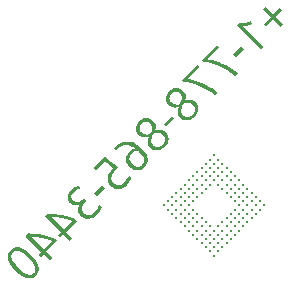
<source format=gbs>
G04 #@! TF.GenerationSoftware,KiCad,Pcbnew,9.0.2-9.0.2-0~ubuntu24.04.1*
G04 #@! TF.CreationDate,2025-07-24T13:16:32-07:00*
G04 #@! TF.ProjectId,2025-mini-keychain,32303235-2d6d-4696-9e69-2d6b65796368,rev?*
G04 #@! TF.SameCoordinates,Original*
G04 #@! TF.FileFunction,Soldermask,Bot*
G04 #@! TF.FilePolarity,Negative*
%FSLAX46Y46*%
G04 Gerber Fmt 4.6, Leading zero omitted, Abs format (unit mm)*
G04 Created by KiCad (PCBNEW 9.0.2-9.0.2-0~ubuntu24.04.1) date 2025-07-24 13:16:32*
%MOMM*%
%LPD*%
G01*
G04 APERTURE LIST*
%ADD10C,0.150000*%
%ADD11C,0.250000*%
G04 APERTURE END LIST*
D10*
G36*
X74344503Y-53154801D02*
G01*
X73709033Y-52519330D01*
X74285179Y-51943184D01*
X74095030Y-51753035D01*
X73518884Y-52329181D01*
X72886392Y-51696690D01*
X72687435Y-51895647D01*
X73319926Y-52528138D01*
X72746759Y-53101306D01*
X72936908Y-53291455D01*
X73510076Y-52718287D01*
X74145546Y-53353758D01*
X74344503Y-53154801D01*
G37*
G36*
X72696631Y-55064064D02*
G01*
X70965213Y-53332645D01*
X71055941Y-53328807D01*
X71179195Y-53308812D01*
X71444989Y-53236016D01*
X71704696Y-53127600D01*
X71597834Y-52890173D01*
X71354580Y-52989243D01*
X71115337Y-53051955D01*
X70865746Y-53079511D01*
X70573257Y-53071255D01*
X70415879Y-53228633D01*
X72473970Y-55286724D01*
X72696631Y-55064064D01*
G37*
G36*
X71025055Y-55220924D02*
G01*
X70814182Y-55010050D01*
X70122236Y-55701995D01*
X70333110Y-55912869D01*
X71025055Y-55220924D01*
G37*
G36*
X70499684Y-57261010D02*
G01*
X70279710Y-57086151D01*
X70029104Y-56915038D01*
X69763576Y-56757446D01*
X69482620Y-56612069D01*
X69194695Y-56481723D01*
X68911007Y-56369978D01*
X68628347Y-56274430D01*
X68371906Y-56202108D01*
X68123848Y-56149845D01*
X67921921Y-56126463D01*
X68955436Y-55092949D01*
X68753499Y-54891012D01*
X67482428Y-56162084D01*
X67672448Y-56352103D01*
X67902814Y-56383725D01*
X68209994Y-56453136D01*
X68531103Y-56549361D01*
X68890023Y-56681885D01*
X69248875Y-56840720D01*
X69610206Y-57030837D01*
X69954449Y-57249887D01*
X70265107Y-57495588D01*
X70499684Y-57261010D01*
G37*
G36*
X68825129Y-58935566D02*
G01*
X68605155Y-58760706D01*
X68354549Y-58589593D01*
X68089021Y-58432002D01*
X67808065Y-58286624D01*
X67520140Y-58156279D01*
X67236452Y-58044533D01*
X66953791Y-57948985D01*
X66697351Y-57876663D01*
X66449293Y-57824400D01*
X66247366Y-57801018D01*
X67280881Y-56767504D01*
X67078944Y-56565568D01*
X65807873Y-57836639D01*
X65997893Y-58026658D01*
X66228259Y-58058280D01*
X66535439Y-58127691D01*
X66856548Y-58223916D01*
X67215468Y-58356440D01*
X67574320Y-58515275D01*
X67935651Y-58705392D01*
X68279894Y-58924442D01*
X68590552Y-59170143D01*
X68825129Y-58935566D01*
G37*
G36*
X65515784Y-58577158D02*
G01*
X65645051Y-58622006D01*
X65768748Y-58693755D01*
X65888440Y-58795415D01*
X65976341Y-58898233D01*
X66042160Y-59007714D01*
X66087527Y-59125067D01*
X66107548Y-59248298D01*
X66099671Y-59396585D01*
X66057735Y-59576606D01*
X66275695Y-59538467D01*
X66510699Y-59542281D01*
X66662121Y-59577368D01*
X66808104Y-59651340D01*
X66951747Y-59769605D01*
X67055963Y-59896435D01*
X67128425Y-60035399D01*
X67169928Y-60185644D01*
X67178941Y-60344197D01*
X67154565Y-60504278D01*
X67094229Y-60669316D01*
X67000877Y-60826436D01*
X66865480Y-60984331D01*
X66723632Y-61108413D01*
X66583550Y-61198050D01*
X66443862Y-61257508D01*
X66296399Y-61291815D01*
X66153644Y-61298445D01*
X66013177Y-61278363D01*
X65879070Y-61232158D01*
X65751899Y-61158828D01*
X65630029Y-61055572D01*
X65540637Y-60947781D01*
X65474111Y-60826318D01*
X65429647Y-60688875D01*
X65414780Y-60545834D01*
X65422897Y-60473235D01*
X65710630Y-60473235D01*
X65726658Y-60596779D01*
X65777544Y-60714801D01*
X65879632Y-60841719D01*
X65990206Y-60928860D01*
X66112177Y-60982192D01*
X66249309Y-61003631D01*
X66384931Y-60986270D01*
X66526084Y-60921259D01*
X66678310Y-60797161D01*
X66798796Y-60648661D01*
X66861076Y-60510513D01*
X66881086Y-60368183D01*
X66861076Y-60234356D01*
X66806019Y-60110510D01*
X66720019Y-60001333D01*
X66602229Y-59902163D01*
X66482601Y-59835610D01*
X66359279Y-59797842D01*
X66230068Y-59785774D01*
X66094708Y-59798509D01*
X65950744Y-59837997D01*
X65818753Y-60094853D01*
X65762766Y-60224740D01*
X65725233Y-60348731D01*
X65710630Y-60473235D01*
X65422897Y-60473235D01*
X65433621Y-60377328D01*
X65493376Y-60176457D01*
X65365246Y-60198426D01*
X65220198Y-60206119D01*
X65072601Y-60193342D01*
X64921892Y-60154178D01*
X64779891Y-60085175D01*
X64647031Y-59977500D01*
X64532631Y-59831390D01*
X64455457Y-59658210D01*
X64429643Y-59533727D01*
X64428428Y-59422887D01*
X64724735Y-59422887D01*
X64748064Y-59543835D01*
X64800944Y-59654966D01*
X64875650Y-59748880D01*
X64990410Y-59845740D01*
X65104399Y-59909238D01*
X65225564Y-59947059D01*
X65350894Y-59959625D01*
X65479493Y-59950275D01*
X65618242Y-59921025D01*
X65740541Y-59678335D01*
X65797899Y-59506660D01*
X65814361Y-59348564D01*
X65790387Y-59226100D01*
X65732125Y-59115304D01*
X65638967Y-59003439D01*
X65536366Y-58921818D01*
X65420710Y-58868340D01*
X65295857Y-58847149D01*
X65163853Y-58863806D01*
X65036307Y-58919253D01*
X64905313Y-59024164D01*
X64791355Y-59165753D01*
X64737702Y-59292808D01*
X64724735Y-59422887D01*
X64428428Y-59422887D01*
X64428199Y-59401961D01*
X64452608Y-59260296D01*
X64502951Y-59126000D01*
X64589188Y-58985712D01*
X64718272Y-58837123D01*
X64843692Y-58728405D01*
X64972050Y-58648183D01*
X65104529Y-58593608D01*
X65243829Y-58562600D01*
X65380185Y-58557311D01*
X65515784Y-58577158D01*
G37*
G36*
X65143388Y-61102591D02*
G01*
X64932514Y-60891718D01*
X64240568Y-61583663D01*
X64451442Y-61794537D01*
X65143388Y-61102591D01*
G37*
G36*
X62983227Y-61109715D02*
G01*
X63112494Y-61154563D01*
X63236190Y-61226313D01*
X63355883Y-61327972D01*
X63443784Y-61430790D01*
X63509603Y-61540271D01*
X63554969Y-61657625D01*
X63574990Y-61780856D01*
X63567114Y-61929143D01*
X63525178Y-62109164D01*
X63743138Y-62071025D01*
X63978142Y-62074839D01*
X64129564Y-62109926D01*
X64275546Y-62183898D01*
X64419189Y-62302162D01*
X64523406Y-62428992D01*
X64595867Y-62567957D01*
X64637370Y-62718201D01*
X64646383Y-62876755D01*
X64622008Y-63036835D01*
X64561671Y-63201873D01*
X64468320Y-63358993D01*
X64332923Y-63516889D01*
X64191074Y-63640970D01*
X64050992Y-63730608D01*
X63911305Y-63790066D01*
X63763842Y-63824372D01*
X63621087Y-63831003D01*
X63480620Y-63810920D01*
X63346512Y-63764716D01*
X63219342Y-63691385D01*
X63097472Y-63588130D01*
X63008079Y-63480338D01*
X62941553Y-63358875D01*
X62897090Y-63221432D01*
X62882222Y-63078391D01*
X62890340Y-63005792D01*
X63178072Y-63005792D01*
X63194101Y-63129337D01*
X63244987Y-63247358D01*
X63347075Y-63374277D01*
X63457649Y-63461417D01*
X63579620Y-63514750D01*
X63716751Y-63536188D01*
X63852374Y-63518827D01*
X63993527Y-63453816D01*
X64145753Y-63329719D01*
X64266239Y-63181219D01*
X64328519Y-63043070D01*
X64348529Y-62900740D01*
X64328519Y-62766914D01*
X64273461Y-62643068D01*
X64187461Y-62533890D01*
X64069671Y-62434721D01*
X63950043Y-62368168D01*
X63826722Y-62330400D01*
X63697511Y-62318331D01*
X63562151Y-62331066D01*
X63418186Y-62370554D01*
X63286196Y-62627411D01*
X63230208Y-62757298D01*
X63192676Y-62881288D01*
X63178072Y-63005792D01*
X62890340Y-63005792D01*
X62901064Y-62909885D01*
X62960818Y-62709014D01*
X62832688Y-62730983D01*
X62687641Y-62738676D01*
X62540044Y-62725899D01*
X62389335Y-62686735D01*
X62247333Y-62617733D01*
X62114474Y-62510057D01*
X62000073Y-62363947D01*
X61922900Y-62190767D01*
X61897085Y-62066284D01*
X61895871Y-61955444D01*
X62192178Y-61955444D01*
X62215507Y-62076393D01*
X62268386Y-62187523D01*
X62343093Y-62281438D01*
X62457852Y-62378298D01*
X62571842Y-62441795D01*
X62693007Y-62479616D01*
X62818336Y-62492182D01*
X62946936Y-62482832D01*
X63085685Y-62453582D01*
X63207983Y-62210893D01*
X63265342Y-62039218D01*
X63281804Y-61881122D01*
X63257829Y-61758657D01*
X63199567Y-61647861D01*
X63106409Y-61535997D01*
X63003808Y-61454376D01*
X62888152Y-61400897D01*
X62763299Y-61379706D01*
X62631296Y-61396364D01*
X62503750Y-61451811D01*
X62372755Y-61556721D01*
X62258797Y-61698310D01*
X62205144Y-61825365D01*
X62192178Y-61955444D01*
X61895871Y-61955444D01*
X61895642Y-61934518D01*
X61920050Y-61792853D01*
X61970394Y-61658558D01*
X62056631Y-61518269D01*
X62185715Y-61369681D01*
X62311135Y-61260963D01*
X62439493Y-61180741D01*
X62571971Y-61126166D01*
X62711271Y-61095157D01*
X62847627Y-61089868D01*
X62983227Y-61109715D01*
G37*
G36*
X61404254Y-63110696D02*
G01*
X61606457Y-63163359D01*
X61813577Y-63250576D01*
X62008570Y-63363997D01*
X62209612Y-63513453D01*
X62417831Y-63703540D01*
X62587545Y-63892037D01*
X62714347Y-64071693D01*
X62803958Y-64244066D01*
X62864196Y-64426784D01*
X62886546Y-64600342D01*
X62873775Y-64768271D01*
X62825812Y-64929276D01*
X62739860Y-65085342D01*
X62610830Y-65238981D01*
X62498280Y-65337712D01*
X62386790Y-65409878D01*
X62275349Y-65458663D01*
X62099308Y-65497775D01*
X61926397Y-65495708D01*
X61757439Y-65459194D01*
X61599724Y-65394675D01*
X61455248Y-65306181D01*
X61330951Y-65200252D01*
X61184489Y-65022892D01*
X61081477Y-64829021D01*
X61040603Y-64690663D01*
X61028666Y-64549077D01*
X61030638Y-64532139D01*
X61336909Y-64532139D01*
X61361937Y-64664506D01*
X61435533Y-64809050D01*
X61571487Y-64971632D01*
X61697476Y-65078058D01*
X61834302Y-65157248D01*
X61980734Y-65202691D01*
X62128463Y-65204785D01*
X62223086Y-65180032D01*
X62319806Y-65127899D01*
X62420811Y-65043003D01*
X62518763Y-64922490D01*
X62573429Y-64805350D01*
X62591660Y-64687963D01*
X62580392Y-64567122D01*
X62543737Y-64443115D01*
X62478840Y-64313753D01*
X62350475Y-64130525D01*
X62183254Y-63944076D01*
X62116417Y-63877239D01*
X62037663Y-63804444D01*
X61785340Y-63923352D01*
X61661100Y-64006015D01*
X61529908Y-64122309D01*
X61415152Y-64263979D01*
X61353913Y-64398980D01*
X61336909Y-64532139D01*
X61030638Y-64532139D01*
X61045857Y-64401444D01*
X61093409Y-64260817D01*
X61181574Y-64112310D01*
X61319034Y-63952884D01*
X61443522Y-63843490D01*
X61576020Y-63755482D01*
X61712854Y-63684811D01*
X61829898Y-63638128D01*
X61616518Y-63506777D01*
X61421852Y-63425176D01*
X61241964Y-63385675D01*
X61057838Y-63380552D01*
X60878068Y-63408474D01*
X60699884Y-63470258D01*
X60530066Y-63557564D01*
X60359487Y-63669253D01*
X60187466Y-63807552D01*
X60018171Y-63608466D01*
X60215902Y-63440964D01*
X60410099Y-63310092D01*
X60601830Y-63212106D01*
X60803938Y-63140422D01*
X61004259Y-63100253D01*
X61204789Y-63090219D01*
X61404254Y-63110696D01*
G37*
G36*
X61111528Y-66738283D02*
G01*
X61228040Y-66610903D01*
X61319423Y-66488680D01*
X61448693Y-66264594D01*
X61509572Y-66120558D01*
X61262948Y-65980925D01*
X61159195Y-66206695D01*
X61059548Y-66365170D01*
X60912571Y-66533368D01*
X60776987Y-66654614D01*
X60659277Y-66733892D01*
X60556236Y-66779862D01*
X60446867Y-66804418D01*
X60346318Y-66805335D01*
X60251842Y-66784266D01*
X60118449Y-66719520D01*
X59994856Y-66619505D01*
X59902688Y-66510183D01*
X59839968Y-66398388D01*
X59803411Y-66282469D01*
X59796128Y-66162355D01*
X59823104Y-66022006D01*
X59892528Y-65854763D01*
X59987939Y-65698561D01*
X60138828Y-65505517D01*
X60360128Y-65268255D01*
X60052885Y-65020076D01*
X59785536Y-64794436D01*
X59537488Y-64576179D01*
X59293973Y-64350539D01*
X58346595Y-65297917D01*
X58539594Y-65490916D01*
X59296952Y-64733558D01*
X59444097Y-64865677D01*
X59629583Y-65027589D01*
X59815328Y-65183542D01*
X59959235Y-65300766D01*
X59745954Y-65552889D01*
X59604387Y-65776333D01*
X59520992Y-65976132D01*
X59485546Y-66157603D01*
X59490544Y-66346534D01*
X59535734Y-66521882D01*
X59622058Y-66688034D01*
X59754320Y-66848124D01*
X59878097Y-66953896D01*
X60009815Y-67032936D01*
X60150939Y-67087235D01*
X60298573Y-67113477D01*
X60452824Y-67108220D01*
X60617115Y-67069489D01*
X60772417Y-67001058D01*
X60936463Y-66893126D01*
X61111528Y-66738283D01*
G37*
G36*
X59261720Y-66984259D02*
G01*
X59050846Y-66773385D01*
X58358900Y-67465331D01*
X58569774Y-67676205D01*
X59261720Y-66984259D01*
G37*
G36*
X58599825Y-69249986D02*
G01*
X58716337Y-69122606D01*
X58807719Y-69000383D01*
X58935435Y-68777852D01*
X58994760Y-68635370D01*
X58742307Y-68495607D01*
X58644512Y-68721377D01*
X58546252Y-68878033D01*
X58391930Y-69054008D01*
X58265074Y-69168040D01*
X58150906Y-69247152D01*
X58047382Y-69297523D01*
X57937521Y-69328028D01*
X57835474Y-69334325D01*
X57738584Y-69318248D01*
X57600494Y-69257097D01*
X57465277Y-69149083D01*
X57367583Y-69030910D01*
X57310428Y-68917118D01*
X57287175Y-68804664D01*
X57291054Y-68688080D01*
X57318692Y-68571418D01*
X57371887Y-68452604D01*
X57482148Y-68284890D01*
X57628614Y-68118418D01*
X57673172Y-68073860D01*
X57492090Y-67892778D01*
X57408932Y-67975936D01*
X57297401Y-68072115D01*
X57166842Y-68155593D01*
X57024443Y-68210670D01*
X56875789Y-68223855D01*
X56779333Y-68205024D01*
X56679861Y-68155333D01*
X56574375Y-68068031D01*
X56497385Y-67977644D01*
X56449644Y-67893148D01*
X56425934Y-67812599D01*
X56423547Y-67686800D01*
X56458575Y-67563126D01*
X56523629Y-67447206D01*
X56615954Y-67337356D01*
X56773802Y-67204271D01*
X56907006Y-67135420D01*
X57144563Y-67070137D01*
X57064384Y-66805768D01*
X56946494Y-66835729D01*
X56771907Y-66896438D01*
X56655638Y-66952209D01*
X56534763Y-67034412D01*
X56408059Y-67147337D01*
X56277098Y-67295410D01*
X56187355Y-67432325D01*
X56131903Y-67560276D01*
X56101164Y-67695560D01*
X56097663Y-67823320D01*
X56119986Y-67946274D01*
X56165747Y-68063449D01*
X56234241Y-68175886D01*
X56327880Y-68284734D01*
X56450426Y-68385272D01*
X56576733Y-68448747D01*
X56709474Y-68479287D01*
X56847158Y-68481146D01*
X56981514Y-68457205D01*
X57114771Y-68406621D01*
X57047142Y-68551682D01*
X57003505Y-68710885D01*
X56992657Y-68876622D01*
X57022935Y-69051029D01*
X57066887Y-69162246D01*
X57136778Y-69274661D01*
X57236658Y-69389619D01*
X57358581Y-69492909D01*
X57489239Y-69568982D01*
X57630298Y-69619792D01*
X57777614Y-69642257D01*
X57932346Y-69633613D01*
X58097899Y-69591555D01*
X58254216Y-69520413D01*
X58420736Y-69409123D01*
X58599825Y-69249986D01*
G37*
G36*
X54748276Y-69199557D02*
G01*
X55063156Y-69228743D01*
X55379601Y-69274139D01*
X55692798Y-69332755D01*
X55999164Y-69402598D01*
X56276457Y-69476792D01*
X56537224Y-69560463D01*
X56741079Y-69641683D01*
X56883561Y-69784165D01*
X55957038Y-70710688D01*
X56503522Y-71257173D01*
X56286690Y-71474005D01*
X55740206Y-70927521D01*
X55487753Y-71179973D01*
X55306671Y-70998891D01*
X55559124Y-70746439D01*
X54264220Y-69451534D01*
X54697883Y-69451534D01*
X55775956Y-70529606D01*
X56479818Y-69825744D01*
X56068563Y-69684687D01*
X55605236Y-69568758D01*
X55132972Y-69488709D01*
X54903146Y-69463432D01*
X54697883Y-69451534D01*
X54264220Y-69451534D01*
X54228599Y-69415913D01*
X54454368Y-69190144D01*
X54748276Y-69199557D01*
G37*
G36*
X53073721Y-70874112D02*
G01*
X53388601Y-70903299D01*
X53705045Y-70948694D01*
X54018243Y-71007311D01*
X54324609Y-71077153D01*
X54601902Y-71151347D01*
X54862669Y-71235018D01*
X55066524Y-71316238D01*
X55209006Y-71458720D01*
X54282483Y-72385244D01*
X54828967Y-72931728D01*
X54612135Y-73148560D01*
X54065651Y-72602076D01*
X53813198Y-72854528D01*
X53632116Y-72673446D01*
X53884569Y-72420994D01*
X52589664Y-71126089D01*
X53023328Y-71126089D01*
X54101401Y-72204162D01*
X54805263Y-71500299D01*
X54394007Y-71359242D01*
X53930681Y-71243313D01*
X53458417Y-71163264D01*
X53228591Y-71137987D01*
X53023328Y-71126089D01*
X52589664Y-71126089D01*
X52554043Y-71090468D01*
X52779813Y-70864699D01*
X53073721Y-70874112D01*
G37*
G36*
X51948672Y-72039417D02*
G01*
X52145083Y-72081952D01*
X52361563Y-72171002D01*
X52564488Y-72290508D01*
X52785359Y-72457097D01*
X53026696Y-72678887D01*
X53246198Y-72918245D01*
X53411415Y-73138740D01*
X53530176Y-73342724D01*
X53618576Y-73560003D01*
X53661054Y-73756373D01*
X53663721Y-73936616D01*
X53626762Y-74111205D01*
X53549288Y-74271821D01*
X53427589Y-74422222D01*
X53293184Y-74533813D01*
X53151677Y-74609351D01*
X53000633Y-74652154D01*
X52836612Y-74662770D01*
X52655465Y-74638924D01*
X52443998Y-74570816D01*
X52214396Y-74452024D01*
X51962483Y-74272842D01*
X51684383Y-74021199D01*
X51431091Y-73741391D01*
X51251000Y-73488478D01*
X51131826Y-73258482D01*
X51063679Y-73047139D01*
X51039833Y-72865992D01*
X51040508Y-72855565D01*
X51341260Y-72855565D01*
X51372456Y-72994913D01*
X51433245Y-73145501D01*
X51528560Y-73309954D01*
X51702670Y-73543545D01*
X51921940Y-73783642D01*
X52159376Y-74000325D01*
X52392779Y-74174173D01*
X52557139Y-74269404D01*
X52707686Y-74330156D01*
X52847039Y-74361343D01*
X52984302Y-74358700D01*
X53109619Y-74314011D01*
X53228632Y-74223265D01*
X53317580Y-74106296D01*
X53362010Y-73981443D01*
X53365286Y-73843096D01*
X53334889Y-73702723D01*
X53274686Y-73551614D01*
X53179800Y-73387153D01*
X53005860Y-73153850D01*
X52789139Y-72916443D01*
X52549070Y-72697136D01*
X52315580Y-72522933D01*
X52151026Y-72427964D01*
X51999876Y-72367723D01*
X51859507Y-72337318D01*
X51721160Y-72340594D01*
X51596308Y-72385023D01*
X51479339Y-72473971D01*
X51388593Y-72592985D01*
X51343903Y-72718301D01*
X51341260Y-72855565D01*
X51040508Y-72855565D01*
X51050450Y-72701970D01*
X51093253Y-72550926D01*
X51168790Y-72409420D01*
X51280381Y-72275014D01*
X51430788Y-72153247D01*
X51591929Y-72075202D01*
X51767541Y-72037328D01*
X51948672Y-72039417D01*
G37*
D11*
G04 #@! TO.C,U1968*
X68500000Y-72742641D03*
X68853553Y-72389087D03*
X69207107Y-72035534D03*
X69560660Y-71681981D03*
X69914214Y-71328427D03*
X70267767Y-70974874D03*
X70621320Y-70621320D03*
X70974874Y-70267767D03*
X71328427Y-69914214D03*
X71681981Y-69560660D03*
X72035534Y-69207107D03*
X72389087Y-68853553D03*
X72742641Y-68500000D03*
X68146447Y-72389087D03*
X68500000Y-72035534D03*
X68853553Y-71681981D03*
X69207107Y-71328427D03*
X69560660Y-70974874D03*
X69914214Y-70621320D03*
X70267767Y-70267767D03*
X70621320Y-69914214D03*
X70974874Y-69560660D03*
X71328427Y-69207107D03*
X71681981Y-68853553D03*
X72035534Y-68500000D03*
X72389087Y-68146447D03*
X67792893Y-72035534D03*
X68146447Y-71681981D03*
X68500000Y-71328427D03*
X68853553Y-70974874D03*
X69207107Y-70621320D03*
X69560660Y-70267767D03*
X69914214Y-69914214D03*
X70267767Y-69560660D03*
X70621320Y-69207107D03*
X70974874Y-68853553D03*
X71328427Y-68500000D03*
X71681981Y-68146447D03*
X72035534Y-67792893D03*
X67439340Y-71681981D03*
X67792893Y-71328427D03*
X68146447Y-70974874D03*
X68500000Y-70621320D03*
X68853553Y-70267767D03*
X69207107Y-69914214D03*
X69560660Y-69560660D03*
X69914214Y-69207107D03*
X70267767Y-68853553D03*
X70621320Y-68500000D03*
X70974874Y-68146447D03*
X71328427Y-67792893D03*
X71681981Y-67439340D03*
X67085786Y-71328427D03*
X67439340Y-70974874D03*
X67792893Y-70621320D03*
X68146447Y-70267767D03*
X70267767Y-68146447D03*
X70621320Y-67792893D03*
X70974874Y-67439340D03*
X71328427Y-67085786D03*
X66732233Y-70974874D03*
X67085786Y-70621320D03*
X67439340Y-70267767D03*
X67792893Y-69914214D03*
X69914214Y-67792893D03*
X70267767Y-67439340D03*
X70621320Y-67085786D03*
X70974874Y-66732233D03*
X66378680Y-70621320D03*
X66732233Y-70267767D03*
X67085786Y-69914214D03*
X67439340Y-69560660D03*
X69560660Y-67439340D03*
X69914214Y-67085786D03*
X70267767Y-66732233D03*
X70621320Y-66378680D03*
X66025126Y-70267767D03*
X66378680Y-69914214D03*
X66732233Y-69560660D03*
X67085786Y-69207107D03*
X69207107Y-67085786D03*
X69560660Y-66732233D03*
X69914214Y-66378680D03*
X70267767Y-66025126D03*
X65671573Y-69914214D03*
X66025126Y-69560660D03*
X66378680Y-69207107D03*
X66732233Y-68853553D03*
X68853553Y-66732233D03*
X69207107Y-66378680D03*
X69560660Y-66025126D03*
X69914214Y-65671573D03*
X65318019Y-69560660D03*
X65671573Y-69207107D03*
X66025126Y-68853553D03*
X66378680Y-68500000D03*
X66732233Y-68146447D03*
X67085786Y-67792893D03*
X67439340Y-67439340D03*
X67792893Y-67085786D03*
X68146447Y-66732233D03*
X68500000Y-66378680D03*
X68853553Y-66025126D03*
X69207107Y-65671573D03*
X69560660Y-65318019D03*
X64964466Y-69207107D03*
X65318019Y-68853553D03*
X65671573Y-68500000D03*
X66025126Y-68146447D03*
X66378680Y-67792893D03*
X66732233Y-67439340D03*
X67085786Y-67085786D03*
X67439340Y-66732233D03*
X67792893Y-66378680D03*
X68146447Y-66025126D03*
X68500000Y-65671573D03*
X68853553Y-65318019D03*
X69207107Y-64964466D03*
X64610913Y-68853553D03*
X64964466Y-68500000D03*
X65318019Y-68146447D03*
X65671573Y-67792893D03*
X66025126Y-67439340D03*
X66378680Y-67085786D03*
X66732233Y-66732233D03*
X67085786Y-66378680D03*
X67439340Y-66025126D03*
X67792893Y-65671573D03*
X68146447Y-65318019D03*
X68500000Y-64964466D03*
X68853553Y-64610913D03*
X64257359Y-68500000D03*
X64610913Y-68146447D03*
X64964466Y-67792893D03*
X65318019Y-67439340D03*
X65671573Y-67085786D03*
X66025126Y-66732233D03*
X66378680Y-66378680D03*
X66732233Y-66025126D03*
X67085786Y-65671573D03*
X67439340Y-65318019D03*
X67792893Y-64964466D03*
X68146447Y-64610913D03*
X68500000Y-64257359D03*
G04 #@! TD*
M02*

</source>
